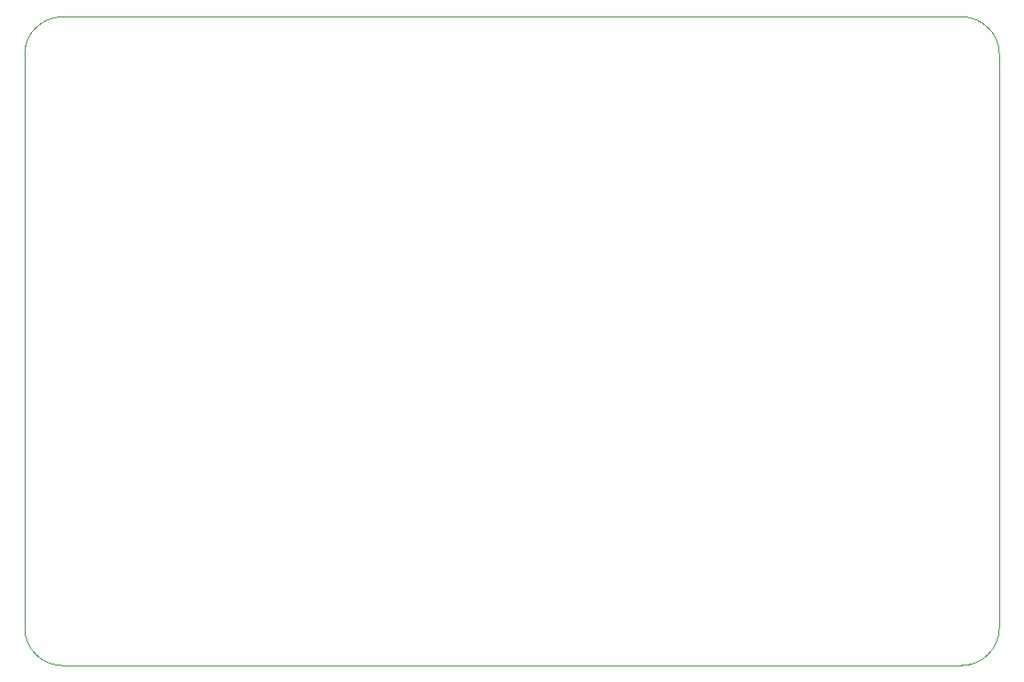
<source format=gbr>
G04 #@! TF.GenerationSoftware,KiCad,Pcbnew,(5.1.2-1)-1*
G04 #@! TF.CreationDate,2019-07-31T15:28:19-07:00*
G04 #@! TF.ProjectId,wavegenerator_v1,77617665-6765-46e6-9572-61746f725f76,rev?*
G04 #@! TF.SameCoordinates,Original*
G04 #@! TF.FileFunction,Profile,NP*
%FSLAX46Y46*%
G04 Gerber Fmt 4.6, Leading zero omitted, Abs format (unit mm)*
G04 Created by KiCad (PCBNEW (5.1.2-1)-1) date 2019-07-31 15:28:19*
%MOMM*%
%LPD*%
G04 APERTURE LIST*
%ADD10C,0.050000*%
G04 APERTURE END LIST*
D10*
X135600030Y-98500001D02*
G75*
G02X132114799Y-101999999I-3500030J1D01*
G01*
X132114804Y-41999379D02*
G75*
G02X135599999Y-45432401I-14804J-3500621D01*
G01*
X48918022Y-101999040D02*
G75*
G02X45500000Y-98500000I81978J3499040D01*
G01*
X45499886Y-45509999D02*
G75*
G02X48970001Y-42000001I3500114J9999D01*
G01*
X135600000Y-45432400D02*
X135600000Y-98500000D01*
X48918000Y-102000000D02*
X132114800Y-102000000D01*
X45500000Y-45510000D02*
X45500000Y-98500000D01*
X132114800Y-42000000D02*
X48970000Y-42000000D01*
M02*

</source>
